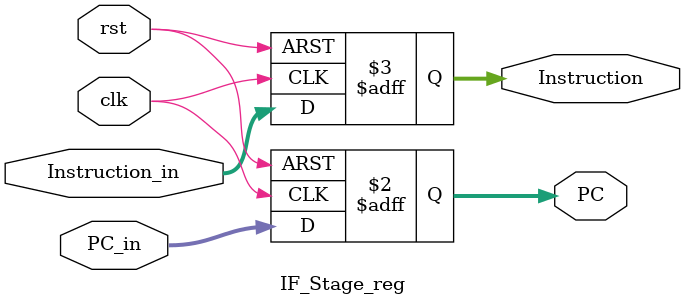
<source format=v>
module IF_Stage_reg
  (
    input clk,
    input rst,
    input[31:0] PC_in,
    input[31:0] Instruction_in,
    output reg[31:0] PC,
    output reg[31:0] Instruction
  );

  always @(posedge clk, posedge rst)
    begin
      if(rst)
        begin
          PC <= 32'b0;
          Instruction <= 32'b0;
      end
      else
        begin
          PC <= PC_in;
          Instruction <= Instruction_in;          
        end
    end
endmodule
</source>
